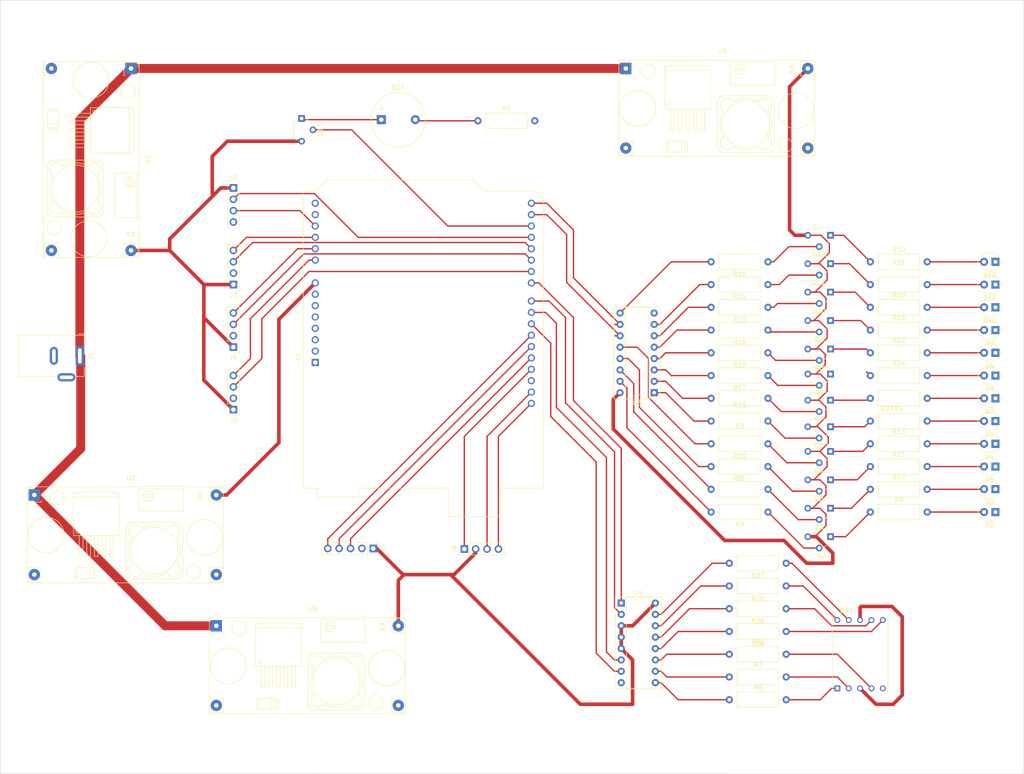
<source format=kicad_pcb>
(kicad_pcb (version 20211014) (generator pcbnew)
  (layers (0 "F.Cu" signal) (31 "B.Cu" signal) (34 "B.Paste" user) (35 "F.Paste" user) (36 "B.SilkS" user "B.Silkscreen") (37 "F.SilkS" user "F.Silkscreen") (38 "B.Mask" user) (39 "F.Mask" user) (44 "Edge.Cuts" user))
  (net 0 "")
  (net 8 "/L1")
  (net 9 "/A0")
  (net 10 "/A1")
  (net 11 "/A2")
  (net 12 "/A3")
  (net 15 "/D0")
  (net 16 "/D1")
  (net 17 "/D2")
  (net 18 "/D3")
  (net 19 "/D4")
  (net 20 "/D5")
  (net 21 "/D6")
  (net 22 "/D7")
  (net 23 "/D8")
  (net 24 "/D9")
  (net 25 "/D10")
  (net 26 "/D11")
  (net 27 "/D12")
  (net 28 "/D13")
  (net 29 "GND")
  (net 31 "/SDA")
  (net 32 "/SCL")
  (net 33 "Net-(BZ1-Pad1)")
  (net 34 "Net-(BZ1-Pad2)")
  (net 35 "Net-(D1-Pad2)")
  (net 36 "Net-(D2-Pad2)")
  (net 37 "Net-(D3-Pad2)")
  (net 38 "Net-(D4-Pad2)")
  (net 39 "Net-(D5-Pad2)")
  (net 40 "Net-(D6-Pad2)")
  (net 41 "Net-(D7-Pad2)")
  (net 42 "Net-(D8-Pad2)")
  (net 43 "Net-(D9-Pad2)")
  (net 44 "Net-(D10-Pad2)")
  (net 45 "Net-(D11-Pad2)")
  (net 46 "Net-(D12-Pad2)")
  (net 47 "Net-(DS1-Pad1)")
  (net 48 "Net-(DS1-Pad2)")
  (net 49 "/K1")
  (net 50 "Net-(DS1-Pad4)")
  (net 52 "Net-(DS1-Pad6)")
  (net 53 "Net-(DS1-Pad7)")
  (net 54 "Net-(DS1-Pad9)")
  (net 55 "Net-(DS1-Pad10)")
  (net 56 "/M1")
  (net 58 "/M4")
  (net 59 "Net-(Q1-Pad1)")
  (net 60 "Net-(Q1-Pad2)")
  (net 61 "/J1")
  (net 62 "Net-(Q2-Pad1)")
  (net 63 "Net-(Q2-Pad2)")
  (net 64 "Net-(Q3-Pad1)")
  (net 65 "Net-(Q3-Pad2)")
  (net 66 "Net-(Q4-Pad1)")
  (net 67 "Net-(Q4-Pad2)")
  (net 68 "Net-(Q5-Pad1)")
  (net 69 "Net-(Q5-Pad2)")
  (net 70 "Net-(Q6-Pad1)")
  (net 71 "Net-(Q6-Pad2)")
  (net 72 "Net-(Q7-Pad1)")
  (net 73 "Net-(Q7-Pad2)")
  (net 74 "Net-(Q8-Pad1)")
  (net 75 "Net-(Q8-Pad2)")
  (net 76 "Net-(Q9-Pad1)")
  (net 77 "Net-(Q9-Pad2)")
  (net 78 "Net-(Q10-Pad1)")
  (net 79 "Net-(Q10-Pad2)")
  (net 80 "Net-(Q11-Pad1)")
  (net 81 "Net-(Q11-Pad2)")
  (net 82 "Net-(Q12-Pad1)")
  (net 83 "Net-(Q12-Pad2)")
  (net 84 "Net-(R2-Pad2)")
  (net 85 "Net-(R3-Pad2)")
  (net 86 "Net-(R5-Pad2)")
  (net 87 "/e")
  (net 88 "/d")
  (net 89 "/c")
  (net 90 "Net-(R10-Pad2)")
  (net 91 "Net-(R11-Pad2)")
  (net 92 "Net-(R14-Pad2)")
  (net 93 "Net-(R15-Pad2)")
  (net 94 "Net-(R16-Pad2)")
  (net 95 "Net-(R17-Pad2)")
  (net 96 "Net-(R18-Pad2)")
  (net 97 "Net-(R19-Pad2)")
  (net 98 "Net-(R20-Pad2)")
  (net 99 "/g")
  (net 100 "/f")
  (net 101 "/a")
  (net 102 "/b")
  (footprint "Resistor_THT:R_Axial_DIN0309_L9.0mm_D3.2mm_P12.70mm_Horizontal" (layer "F.Cu") (at 207.01 66.04)
    (fp_text reference "R32")
    (fp_text value "R")
  )
  (footprint "Connector_PinHeader_2.54mm:PinHeader_1x04_P2.54mm_Vertical" (layer "F.Cu") (at 64.77 99.05 180)
    (fp_text reference "J5")
    (fp_text value "Conn_01x04_Female")
  )
  (footprint "Resistor_THT:R_Axial_DIN0309_L9.0mm_D3.2mm_P12.70mm_Horizontal" (layer "F.Cu") (at 175.514 153.67)
    (fp_text reference "R8")
    (fp_text value "R")
  )
  (footprint "LED_THT:LED_Oval_W5.2mm_H3.8mm" (layer "F.Cu") (at 234.95 106.68 180)
    (fp_text reference "D4")
    (fp_text value "LED")
  )
  (footprint "Resistor_THT:R_Axial_DIN0309_L9.0mm_D3.2mm_P12.70mm_Horizontal" (layer "F.Cu") (at 184.15 96.52 180)
    (fp_text reference "R19")
    (fp_text value "R")
  )
  (footprint "Package_TO_SOT_THT:TO-92L_Wide" (layer "F.Cu") (at 198.13 91.098 180)
    (fp_text reference "Q8")
    (fp_text value "PN2222A")
  )
  (footprint "Resistor_THT:R_Axial_DIN0309_L9.0mm_D3.2mm_P12.70mm_Horizontal" (layer "F.Cu") (at 184.15 91.44 180)
    (fp_text reference "R17")
    (fp_text value "R")
  )
  (footprint "Resistor_THT:R_Axial_DIN0309_L9.0mm_D3.2mm_P12.70mm_Horizontal" (layer "F.Cu") (at 207.01 111.76)
    (fp_text reference "R21")
    (fp_text value "R")
  )
  (footprint "KiCad_DC:YAAJ_DCDC_StepDown_LM2596" (layer "F.Cu") (at 41.91 22.86 -90)
    (fp_text reference "U1")
    (fp_text value "YAAJ_DCDC_StepDown_LM2596")
  )
  (footprint "LED_THT:LED_Oval_W5.2mm_H3.8mm" (layer "F.Cu") (at 234.95 116.79 180)
    (fp_text reference "D3")
    (fp_text value "LED")
  )
  (footprint "Connector_PinHeader_2.54mm:PinHeader_1x04_P2.54mm_Vertical" (layer "F.Cu") (at 64.77 49.53)
    (fp_text reference "J2")
    (fp_text value "Conn_01x04_Female")
  )
  (footprint "LED_THT:LED_Oval_W5.2mm_H3.8mm" (layer "F.Cu") (at 234.95 71.12 180)
    (fp_text reference "D11")
    (fp_text value "LED")
  )
  (footprint "Resistor_THT:R_Axial_DIN0309_L9.0mm_D3.2mm_P12.70mm_Horizontal" (layer "F.Cu") (at 184.15 76.2 180)
    (fp_text reference "R15")
    (fp_text value "R")
  )
  (footprint "LED_THT:LED_Oval_W5.2mm_H3.8mm" (layer "F.Cu") (at 234.95 76.2 180)
    (fp_text reference "D10")
    (fp_text value "LED")
  )
  (footprint "Resistor_THT:R_Axial_DIN0309_L9.0mm_D3.2mm_P12.70mm_Horizontal" (layer "F.Cu") (at 188.214 143.51 180)
    (fp_text reference "R28")
    (fp_text value "R")
  )
  (footprint "Resistor_THT:R_Axial_DIN0309_L9.0mm_D3.2mm_P12.70mm_Horizontal" (layer "F.Cu") (at 184.15 106.68 180)
    (fp_text reference "R10")
    (fp_text value "R")
  )
  (footprint "LED_THT:LED_Oval_W5.2mm_H3.8mm" (layer "F.Cu") (at 234.95 91.44 180)
    (fp_text reference "D8")
    (fp_text value "LED")
  )
  (footprint "Resistor_THT:R_Axial_DIN0309_L9.0mm_D3.2mm_P12.70mm_Horizontal" (layer "F.Cu") (at 207.01 106.68)
    (fp_text reference "R13")
    (fp_text value "R")
  )
  (footprint "Buzzer_Beeper:Buzzer_12x9.5RM7.6" (layer "F.Cu") (at 97.8 34.29)
    (fp_text reference "BZ1")
    (fp_text value "Buzzer")
  )
  (footprint "KiCad_DC:YAAJ_DCDC_StepDown_LM2596" (layer "F.Cu") (at 152.4 22.86)
    (fp_text reference "U6")
    (fp_text value "YAAJ_DCDC_StepDown_LM2596")
  )
  (footprint "HDSP-511Y:LED_HDSP-511Y" (layer "F.Cu") (at 204.724 153.67)
    (fp_text reference "DS1")
    (fp_text value "HDSP-516L")
  )
  (footprint "LED_THT:LED_Oval_W5.2mm_H3.8mm" (layer "F.Cu") (at 234.95 96.52 180)
    (fp_text reference "D7")
    (fp_text value "LED")
  )
  (footprint "LED_THT:LED_Oval_W5.2mm_H3.8mm" (layer "F.Cu") (at 234.95 86.36 180)
    (fp_text reference "D6")
    (fp_text value "LED")
  )
  (footprint "Connector_PinHeader_2.54mm:PinHeader_1x04_P2.54mm_Vertical" (layer "F.Cu") (at 116.342 130.175 90)
    (fp_text reference "J6")
    (fp_text value "Conn_01x04_Female")
  )
  (footprint "Resistor_THT:R_Axial_DIN0309_L9.0mm_D3.2mm_P12.70mm_Horizontal" (layer "F.Cu") (at 184.15 101.6 180)
    (fp_text reference "R2")
    (fp_text value "R")
  )
  (footprint "Package_DIP:DIP-16_W7.62mm_Socket" (layer "F.Cu") (at 158.74 95.26 180)
    (fp_text reference "U3")
    (fp_text value "4040")
  )
  (footprint "Package_TO_SOT_THT:TO-92L_Wide" (layer "F.Cu") (at 198.13 72.81 180)
    (fp_text reference "Q10")
    (fp_text value "PN2222A")
  )
  (footprint "Resistor_THT:R_Axial_DIN0309_L9.0mm_D3.2mm_P12.70mm_Horizontal" (layer "F.Cu") (at 188.214 138.43 180)
    (fp_text reference "R26")
    (fp_text value "R")
  )
  (footprint "Resistor_THT:R_Axial_DIN0309_L9.0mm_D3.2mm_P12.70mm_Horizontal" (layer "F.Cu") (at 175.514 163.83)
    (fp_text reference "R6")
    (fp_text value "R")
  )
  (footprint "LED_THT:LED_Oval_W5.2mm_H3.8mm" (layer "F.Cu") (at 234.95 111.76 180)
    (fp_text reference "D5")
    (fp_text value "LED")
  )
  (footprint "Package_DIP:DIP-16_W7.62mm_Socket" (layer "F.Cu") (at 151.384 142.24)
    (fp_text reference "U4")
    (fp_text value "74LS47")
  )
  (footprint "Connector_PinHeader_2.54mm:PinHeader_1x04_P2.54mm_Vertical" (layer "F.Cu") (at 64.77 71.11 180)
    (fp_text reference "J3")
    (fp_text value "Conn_01x04_Female")
  )
  (footprint "Resistor_THT:R_Axial_DIN0309_L9.0mm_D3.2mm_P12.70mm_Horizontal" (layer "F.Cu") (at 207.01 86.36)
    (fp_text reference "R22")
    (fp_text value "R")
  )
  (footprint "Resistor_THT:R_Axial_DIN0309_L9.0mm_D3.2mm_P12.70mm_Horizontal" (layer "F.Cu") (at 184.15 81.28 180)
    (fp_text reference "R16")
    (fp_text value "R")
  )
  (footprint "Resistor_THT:R_Axial_DIN0309_L9.0mm_D3.2mm_P12.70mm_Horizontal" (layer "F.Cu") (at 184.15 66.04 180)
    (fp_text reference "R18")
    (fp_text value "R")
  )
  (footprint "Resistor_THT:R_Axial_DIN0309_L9.0mm_D3.2mm_P12.70mm_Horizontal" (layer "F.Cu") (at 184.15 86.36 180)
    (fp_text reference "R20")
    (fp_text value "R")
  )
  (footprint "Resistor_THT:R_Axial_DIN0309_L9.0mm_D3.2mm_P12.70mm_Horizontal" (layer "F.Cu") (at 207.01 121.92)
    (fp_text reference "R9")
    (fp_text value "R")
  )
  (footprint "Resistor_THT:R_Axial_DIN0309_L9.0mm_D3.2mm_P12.70mm_Horizontal" (layer "F.Cu") (at 188.214 133.35 180)
    (fp_text reference "R27")
    (fp_text value "R")
  )
  (footprint "Package_TO_SOT_THT:TO-92L_Wide" (layer "F.Cu") (at 198.13 66.46 180)
    (fp_text reference "Q11")
    (fp_text value "PN2222A")
  )
  (footprint "Package_TO_SOT_THT:TO-92L_Wide" (layer "F.Cu") (at 198.13 121.07 180)
    (fp_text reference "Q3")
    (fp_text value "PN2222A")
  )
  (footprint "Package_TO_SOT_THT:TO-92L_Wide" (layer "F.Cu") (at 198.13 108.37 180)
    (fp_text reference "Q4")
    (fp_text value "PN2222A")
  )
  (footprint "Resistor_THT:R_Axial_DIN0309_L9.0mm_D3.2mm_P12.70mm_Horizontal" (layer "F.Cu") (at 184.15 111.76 180)
    (fp_text reference "R11")
    (fp_text value "R")
  )
  (footprint "Resistor_THT:R_Axial_DIN0309_L9.0mm_D3.2mm_P12.70mm_Horizontal" (layer "F.Cu") (at 207.01 91.44)
    (fp_text reference "R24")
    (fp_text value "R")
  )
  (footprint "Connector_BarrelJack:BarrelJack_Wuerth_6941xx301002" (layer "F.Cu") (at 30.48 87.03 -90)
    (fp_text reference "J1")
    (fp_text value "Barrel_Jack_Switch")
  )
  (footprint "KiCad_DC:YAAJ_DCDC_StepDown_LM2596" (layer "F.Cu") (at 60.96 147.32)
    (fp_text reference "U5")
    (fp_text value "YAAJ_DCDC_StepDown_LM2596")
  )
  (footprint "Package_TO_SOT_THT:TO-92L_Wide" (layer "F.Cu") (at 198.13 96.94 180)
    (fp_text reference "Q7")
    (fp_text value "PN2222A")
  )
  (footprint "Package_TO_SOT_THT:TO-92L_Wide" (layer "F.Cu") (at 198.13 79.16 180)
    (fp_text reference "Q9")
    (fp_text value "PN2222A")
  )
  (footprint "Package_TO_SOT_THT:TO-92L_Wide" (layer "F.Cu") (at 198.13 127.42 180)
    (fp_text reference "Q2")
    (fp_text value "PN2222A")
  )
  (footprint "LED_THT:LED_Oval_W5.2mm_H3.8mm" (layer "F.Cu") (at 234.95 121.92 180)
    (fp_text reference "D2")
    (fp_text value "LED")
  )
  (footprint "Package_TO_SOT_THT:TO-92L_Wide" (layer "F.Cu") (at 198.13 85.51 180)
    (fp_text reference "Q6")
    (fp_text value "PN2222A")
  )
  (footprint "Resistor_THT:R_Axial_DIN0309_L9.0mm_D3.2mm_P12.70mm_Horizontal" (layer "F.Cu") (at 207.01 71.12)
    (fp_text reference "R31")
    (fp_text value "R")
  )
  (footprint "Resistor_THT:R_Axial_DIN0309_L9.0mm_D3.2mm_P12.70mm_Horizontal" (layer "F.Cu") (at 175.514 158.75)
    (fp_text reference "R7")
    (fp_text value "R")
  )
  (footprint "LED_THT:LED_Oval_W5.2mm_H3.8mm" (layer "F.Cu") (at 234.95 81.28 180)
    (fp_text reference "D9")
    (fp_text value "LED")
  )
  (footprint "Resistor_THT:R_Axial_DIN0309_L9.0mm_D3.2mm_P12.70mm_Horizontal" (layer "F.Cu") (at 207.01 81.28)
    (fp_text reference "R25")
    (fp_text value "R")
  )
  (footprint "Resistor_THT:R_Axial_DIN0309_L9.0mm_D3.2mm_P12.70mm_Horizontal" (layer "F.Cu") (at 184.15 116.84 180)
    (fp_text reference "R5")
    (fp_text value "R")
  )
  (footprint "Resistor_THT:R_Axial_DIN0309_L9.0mm_D3.2mm_P12.70mm_Horizontal" (layer "F.Cu") (at 207.01 116.84)
    (fp_text reference "R12")
    (fp_text value "R")
  )
  (footprint "Resistor_THT:R_Axial_DIN0309_L9.0mm_D3.2mm_P12.70mm_Horizontal" (layer "F.Cu") (at 207.01 96.52)
    (fp_text reference "R23")
    (fp_text value "R")
  )
  (footprint "LED_THT:LED_Oval_W5.2mm_H3.8mm" (layer "F.Cu") (at 234.95 101.6 180)
    (fp_text reference "D1")
    (fp_text value "LED")
  )
  (footprint "KiCad_DC:YAAJ_DCDC_StepDown_LM2596" (layer "F.Cu") (at 20.32 118.11)
    (fp_text reference "U2")
    (fp_text value "YAAJ_DCDC_StepDown_LM2596")
  )
  (footprint "Resistor_THT:R_Axial_DIN0309_L9.0mm_D3.2mm_P12.70mm_Horizontal" (layer "F.Cu") (at 207.01 76.2)
    (fp_text reference "R30")
    (fp_text value "R")
  )
  (footprint "Connector_PinHeader_2.54mm:PinHeader_1x05_P2.54mm_Vertical" (layer "F.Cu") (at 96.007 130.048 -90)
    (fp_text reference "J7")
    (fp_text value "Conn_01x05_Female")
  )
  (footprint "LED_THT:LED_Oval_W5.2mm_H3.8mm" (layer "F.Cu") (at 234.95 66.04 180)
    (fp_text reference "D12")
    (fp_text value "LED")
  )
  (footprint "Module:Arduino_UNO_R3_WithMountingHoles" (layer "F.Cu") (at 83.058 88.519 90)
    (fp_text reference "A1")
    (fp_text value "Arduino_UNO_R3")
  )
  (footprint "Connector_PinHeader_2.54mm:PinHeader_1x04_P2.54mm_Vertical" (layer "F.Cu") (at 64.77 85.09 180)
    (fp_text reference "J4")
    (fp_text value "Conn_01x04_Female")
  )
  (footprint "Resistor_THT:R_Axial_DIN0309_L9.0mm_D3.2mm_P12.70mm_Horizontal" (layer "F.Cu") (at 184.15 121.92 180)
    (fp_text reference "R3")
    (fp_text value "R")
  )
  (footprint "Package_TO_SOT_THT:TO-92L_Wide" (layer "F.Cu") (at 80.01 34.026 -90)
    (fp_text reference "Q13")
    (fp_text value "PN2222A")
  )
  (footprint "Resistor_THT:R_Axial_DIN0309_L9.0mm_D3.2mm_P12.70mm_Horizontal" (layer "F.Cu") (at 207.01 101.6)
    (fp_text reference "R4")
    (fp_text value "R")
  )
  (footprint "Package_TO_SOT_THT:TO-92L_Wide" (layer "F.Cu") (at 198.13 60.11 180)
    (fp_text reference "Q12")
    (fp_text value "PN2222A")
  )
  (footprint "Resistor_THT:R_Axial_DIN0309_L9.0mm_D3.2mm_P12.70mm_Horizontal" (layer "F.Cu") (at 184.15 71.12 180)
    (fp_text reference "R14")
    (fp_text value "R")
  )
  (footprint "Resistor_THT:R_Axial_DIN0309_L9.0mm_D3.2mm_P12.70mm_Horizontal" (layer "F.Cu") (at 188.214 148.59 180)
    (fp_text reference "R29")
    (fp_text value "R")
  )
  (footprint "Package_TO_SOT_THT:TO-92L_Wide" (layer "F.Cu") (at 198.12 102.87 180)
    (fp_text reference "Q1")
    (fp_text value "PN2222A")
  )
  (footprint "Resistor_THT:R_Axial_DIN0309_L9.0mm_D3.2mm_P12.70mm_Horizontal" (layer "F.Cu") (at 119.38 34.544)
    (fp_text reference "R1")
    (fp_text value "R")
  )
  (footprint "Package_TO_SOT_THT:TO-92L_Wide" (layer "F.Cu") (at 198.13 114.72 180)
    (fp_text reference "Q5")
    (fp_text value "PN2222A")
  )
  (gr_line (start 241.3 7.62) (end 241.3 180.34) (layer "Edge.Cuts") (width 0.1))
  (gr_line (start 241.3 180.34) (end 175.26 180.34) (layer "Edge.Cuts") (width 0.1))
  (gr_line (start 83.82 180.34) (end 12.7 180.34) (layer "Edge.Cuts") (width 0.1))
  (gr_line (start 175.26 180.34) (end 83.82 180.34) (layer "Edge.Cuts") (width 0.1))
  (gr_line (start 12.7 180.34) (end 12.7 177.8) (layer "Edge.Cuts") (width 0.1))
  (gr_line (start 12.7 177.8) (end 12.7 7.62) (layer "Edge.Cuts") (width 0.1))
  (gr_line (start 12.7 7.62) (end 241.3 7.62) (layer "Edge.Cuts") (width 0.1))
  (segment (start 74.93 78.867) (end 74.93 106.426) (width 0.8) (layer "F.Cu") (net 8))
  (segment (start 74.93 106.426) (end 63.246 118.11) (width 0.8) (layer "F.Cu") (net 8))
  (segment (start 63.246 118.11) (end 60.96 118.11) (width 0.8) (layer "F.Cu") (net 8))
  (segment (start 83.058 70.739) (end 74.93 78.867) (width 0.8) (layer "F.Cu") (net 8))
  (segment (start 83.058 65.659) (end 81.661 65.659) (width 0.3) (layer "F.Cu") (net 9))
  (segment (start 68.58 78.74) (end 68.58 87.62) (width 0.3) (layer "F.Cu") (net 9))
  (segment (start 81.661 65.659) (end 68.58 78.74) (width 0.3) (layer "F.Cu") (net 9))
  (segment (start 68.58 87.62) (end 64.77 91.43) (width 0.3) (layer "F.Cu") (net 9))
  (segment (start 79.121 63.119) (end 83.058 63.119) (width 0.3) (layer "F.Cu") (net 10))
  (segment (start 64.77 77.47) (end 79.121 63.119) (width 0.3) (layer "F.Cu") (net 10))
  (segment (start 83.058 60.579) (end 67.681 60.579) (width 0.3) (layer "F.Cu") (net 11))
  (segment (start 67.681 60.579) (end 64.77 63.49) (width 0.3) (layer "F.Cu") (net 11))
  (segment (start 79.629 54.61) (end 83.058 58.039) (width 0.3) (layer "F.Cu") (net 12))
  (segment (start 64.77 54.61) (end 79.629 54.61) (width 0.3) (layer "F.Cu") (net 12))
  (segment (start 134.747 52.959) (end 131.318 52.959) (width 0.3) (layer "F.Cu") (net 15))
  (segment (start 151.12 80.02) (end 140.716 69.616) (width 0.3) (layer "F.Cu") (net 15))
  (segment (start 149.87 80.02) (end 151.12 80.02) (width 0.3) (layer "F.Cu") (net 15))
  (segment (start 140.716 69.616) (end 140.716 58.928) (width 0.3) (layer "F.Cu") (net 15))
  (segment (start 140.716 58.928) (end 134.747 52.959) (width 0.3) (layer "F.Cu") (net 15))
  (segment (start 151.12 82.56) (end 139.192 70.632) (width 0.3) (layer "F.Cu") (net 16))
  (segment (start 139.192 70.632) (end 139.192 59.944) (width 0.3) (layer "F.Cu") (net 16))
  (segment (start 134.747 55.499) (end 131.318 55.499) (width 0.3) (layer "F.Cu") (net 16))
  (segment (start 149.87 82.56) (end 151.12 82.56) (width 0.3) (layer "F.Cu") (net 16))
  (segment (start 139.192 59.944) (end 134.747 55.499) (width 0.3) (layer "F.Cu") (net 16))
  (segment (start 91.176 36.566) (end 112.649 58.039) (width 0.3) (layer "F.Cu") (net 17))
  (segment (start 82.55 36.566) (end 91.176 36.566) (width 0.3) (layer "F.Cu") (net 17))
  (segment (start 112.649 58.039) (end 131.318 58.039) (width 0.3) (layer "F.Cu") (net 17))
  (segment (start 92.641144 60.579) (end 131.318 60.579) (width 0.3) (layer "F.Cu") (net 18))
  (segment (start 82.862144 50.8) (end 92.641144 60.579) (width 0.3) (layer "F.Cu") (net 18))
  (segment (start 64.77 52.07) (end 66.04 50.8) (width 0.3) (layer "F.Cu") (net 18))
  (segment (start 66.04 50.8) (end 82.862144 50.8) (width 0.3) (layer "F.Cu") (net 18))
  (segment (start 69.071 61.729) (end 129.928 61.729) (width 0.3) (layer "F.Cu") (net 19))
  (segment (start 129.928 61.729) (end 131.318 63.119) (width 0.3) (layer "F.Cu") (net 19))
  (segment (start 64.77 66.03) (end 69.071 61.729) (width 0.3) (layer "F.Cu") (net 19))
  (segment (start 129.928 64.269) (end 131.318 65.659) (width 0.3) (layer "F.Cu") (net 20))
  (segment (start 64.77 80.01) (end 80.511 64.269) (width 0.3) (layer "F.Cu") (net 20))
  (segment (start 80.511 64.269) (end 129.928 64.269) (width 0.3) (layer "F.Cu") (net 20))
  (segment (start 69.85 88.9) (end 71.12 87.63) (width 0.3) (layer "F.Cu") (net 21))
  (segment (start 64.77 93.97) (end 69.84 88.9) (width 0.3) (layer "F.Cu") (net 21))
  (segment (start 69.84 88.9) (end 69.85 88.9) (width 0.3) (layer "F.Cu") (net 21))
  (segment (start 71.12 78.74) (end 81.661 68.199) (width 0.3) (layer "F.Cu") (net 21))
  (segment (start 81.661 68.199) (end 131.318 68.199) (width 0.3) (layer "F.Cu") (net 21))
  (segment (start 71.12 87.63) (end 71.12 78.74) (width 0.3) (layer "F.Cu") (net 21))
  (segment (start 140.716 78.486) (end 132.969 70.739) (width 0.3) (layer "F.Cu") (net 22))
  (segment (start 151.384 107.696) (end 140.716 97.028) (width 0.3) (layer "F.Cu") (net 22))
  (segment (start 132.969 70.739) (end 131.318 70.739) (width 0.3) (layer "F.Cu") (net 22))
  (segment (start 151.384 142.24) (end 151.384 107.696) (width 0.3) (layer "F.Cu") (net 22))
  (segment (start 140.716 97.028) (end 140.716 78.486) (width 0.3) (layer "F.Cu") (net 22))
  (segment (start 149.884689 143.280689) (end 149.884689 108.482689) (width 0.3) (layer "F.Cu") (net 23))
  (segment (start 138.938 78.486) (end 135.251 74.799) (width 0.3) (layer "F.Cu") (net 23))
  (segment (start 151.384 144.78) (end 149.884689 143.280689) (width 0.3) (layer "F.Cu") (net 23))
  (segment (start 135.251 74.799) (end 131.318 74.799) (width 0.3) (layer "F.Cu") (net 23))
  (segment (start 138.938 97.536) (end 138.938 78.486) (width 0.3) (layer "F.Cu") (net 23))
  (segment (start 149.884689 108.482689) (end 138.938 97.536) (width 0.3) (layer "F.Cu") (net 23))
  (segment (start 136.906 79.756) (end 134.489 77.339) (width 0.3) (layer "F.Cu") (net 24))
  (segment (start 151.384 154.94) (end 149.86 154.94) (width 0.3) (layer "F.Cu") (net 24))
  (segment (start 148.082 109.728) (end 136.906 98.552) (width 0.3) (layer "F.Cu") (net 24))
  (segment (start 134.489 77.339) (end 131.318 77.339) (width 0.3) (layer "F.Cu") (net 24))
  (segment (start 136.906 98.552) (end 136.906 79.756) (width 0.3) (layer "F.Cu") (net 24))
  (segment (start 148.082 153.162) (end 148.082 109.728) (width 0.3) (layer "F.Cu") (net 24))
  (segment (start 149.86 154.94) (end 148.082 153.162) (width 0.3) (layer "F.Cu") (net 24))
  (segment (start 135.636 100.584) (end 135.636 84.197) (width 0.3) (layer "F.Cu") (net 25))
  (segment (start 149.86 157.48) (end 145.796 153.416) (width 0.3) (layer "F.Cu") (net 25))
  (segment (start 135.636 84.197) (end 131.318 79.879) (width 0.3) (layer "F.Cu") (net 25))
  (segment (start 151.384 157.48) (end 149.86 157.48) (width 0.3) (layer "F.Cu") (net 25))
  (segment (start 145.796 110.744) (end 135.636 100.584) (width 0.3) (layer "F.Cu") (net 25))
  (segment (start 145.796 153.416) (end 145.796 110.744) (width 0.3) (layer "F.Cu") (net 25))
  (segment (start 85.847 130.048) (end 85.847 127.89) (width 0.3) (layer "F.Cu") (net 26))
  (segment (start 85.847 127.89) (end 131.318 82.419) (width 0.3) (layer "F.Cu") (net 26))
  (segment (start 88.387 130.048) (end 88.387 127.89) (width 0.3) (layer "F.Cu") (net 27))
  (segment (start 88.387 127.89) (end 131.318 84.959) (width 0.3) (layer "F.Cu") (net 27))
  (segment (start 90.927 130.048) (end 90.927 127.89) (width 0.3) (layer "F.Cu") (net 28))
  (segment (start 90.927 127.89) (end 131.318 87.499) (width 0.3) (layer "F.Cu") (net 28))
  (segment (start 116.342 130.175) (end 116.342 105.015) (width 0.3) (layer "F.Cu") (net 29))
  (segment (start 116.342 105.015) (end 131.318 90.039) (width 0.3) (layer "F.Cu") (net 29))
  (segment (start 121.422 130.175) (end 121.422 105.015) (width 0.3) (layer "F.Cu") (net 31))
  (segment (start 121.422 105.015) (end 131.318 95.119) (width 0.3) (layer "F.Cu") (net 31))
  (segment (start 123.962 130.175) (end 123.962 105.015) (width 0.3) (layer "F.Cu") (net 32))
  (segment (start 123.962 105.015) (end 131.318 97.659) (width 0.3) (layer "F.Cu") (net 32))
  (segment (start 80.274 34.29) (end 80.01 34.026) (width 0.3) (layer "F.Cu") (net 33))
  (segment (start 97.8 34.29) (end 80.274 34.29) (width 0.3) (layer "F.Cu") (net 33))
  (segment (start 119.38 34.544) (end 105.654 34.544) (width 0.3) (layer "F.Cu") (net 34))
  (segment (start 105.654 34.544) (end 105.4 34.29) (width 0.3) (layer "F.Cu") (net 34))
  (segment (start 219.71 101.6) (end 232.41 101.6) (width 0.3) (layer "F.Cu") (net 35))
  (segment (start 219.71 121.92) (end 232.41 121.92) (width 0.3) (layer "F.Cu") (net 36))
  (segment (start 219.71 116.84) (end 232.36 116.84) (width 0.3) (layer "F.Cu") (net 37))
  (segment (start 232.36 116.84) (end 232.41 116.79) (width 0.3) (layer "F.Cu") (net 37))
  (segment (start 219.71 106.68) (end 232.41 106.68) (width 0.3) (layer "F.Cu") (net 38))
  (segment (start 219.71 111.76) (end 232.41 111.76) (width 0.3) (layer "F.Cu") (net 39))
  (segment (start 219.71 86.36) (end 232.41 86.36) (width 0.3) (layer "F.Cu") (net 40))
  (segment (start 219.71 96.52) (end 232.41 96.52) (width 0.3) (layer "F.Cu") (net 41))
  (segment (start 219.71 91.44) (end 232.41 91.44) (width 0.3) (layer "F.Cu") (net 42))
  (segment (start 219.71 81.28) (end 232.41 81.28) (width 0.3) (layer "F.Cu") (net 43))
  (segment (start 219.71 76.2) (end 232.41 76.2) (width 0.3) (layer "F.Cu") (net 44))
  (segment (start 219.71 71.12) (end 232.41 71.12) (width 0.3) (layer "F.Cu") (net 45))
  (segment (start 219.71 66.04) (end 232.41 66.04) (width 0.3) (layer "F.Cu") (net 46))
  (segment (start 188.214 163.83) (end 195.834 163.83) (width 0.3) (layer "F.Cu") (net 47))
  (segment (start 195.834 163.83) (end 198.374 161.29) (width 0.3) (layer "F.Cu") (net 47))
  (segment (start 198.374 161.29) (end 199.644 161.29) (width 0.3) (layer "F.Cu") (net 47))
  (segment (start 199.644 158.75) (end 188.214 158.75) (width 0.3) (layer "F.Cu") (net 48))
  (segment (start 202.184 161.29) (end 199.644 158.75) (width 0.3) (layer "F.Cu") (net 48))
  (segment (start 113.284 135.89) (end 114.046 135.89) (width 0.8) (layer "F.Cu") (net 49))
  (segment (start 214.122 145.288) (end 214.122 162.814) (width 0.8) (layer "F.Cu") (net 49))
  (segment (start 151.384 147.32) (end 153.924 147.32) (width 0.8) (layer "F.Cu") (net 49))
  (segment (start 101.6 147.32) (end 101.6 137.16) (width 0.8) (layer "F.Cu") (net 49))
  (segment (start 102.87 135.89) (end 113.284 135.89) (width 0.8) (layer "F.Cu") (net 49))
  (segment (start 204.724 146.05) (end 204.724 143.256) (width 0.8) (layer "F.Cu") (net 49))
  (segment (start 102.616 135.89) (end 102.87 135.89) (width 0.8) (layer "F.Cu") (net 49))
  (segment (start 96.007 130.048) (end 96.774 130.048) (width 0.8) (layer "F.Cu") (net 49))
  (segment (start 153.924 164.846) (end 142.24 164.846) (width 0.8) (layer "F.Cu") (net 49))
  (segment (start 211.836 143.002) (end 214.122 145.288) (width 0.8) (layer "F.Cu") (net 49))
  (segment (start 151.384 149.86) (end 151.384 152.4) (width 0.8) (layer "F.Cu") (net 49))
  (segment (start 153.924 147.32) (end 159.004 142.24) (width 0.8) (layer "F.Cu") (net 49))
  (segment (start 142.24 164.846) (end 113.284 135.89) (width 0.8) (layer "F.Cu") (net 49))
  (segment (start 214.122 162.814) (end 212.09 164.846) (width 0.8) (layer "F.Cu") (net 49))
  (segment (start 151.384 147.32) (end 151.384 149.86) (width 0.8) (layer "F.Cu") (net 49))
  (segment (start 204.724 143.256) (end 204.978 143.002) (width 0.8) (layer "F.Cu") (net 49))
  (segment (start 101.6 137.16) (end 102.87 135.89) (width 0.8) (layer "F.Cu") (net 49))
  (segment (start 151.384 152.4) (end 153.924 154.94) (width 0.8) (layer "F.Cu") (net 49))
  (segment (start 204.978 143.002) (end 211.836 143.002) (width 0.8) (layer "F.Cu") (net 49))
  (segment (start 153.924 154.94) (end 153.924 164.846) (width 0.8) (layer "F.Cu") (net 49))
  (segment (start 208.28 164.846) (end 204.724 161.29) (width 0.8) (layer "F.Cu") (net 49))
  (segment (start 114.046 135.89) (end 118.872 131.064) (width 0.8) (layer "F.Cu") (net 49))
  (segment (start 212.09 164.846) (end 208.28 164.846) (width 0.8) (layer "F.Cu") (net 49))
  (segment (start 96.774 130.048) (end 102.616 135.89) (width 0.8) (layer "F.Cu") (net 49))
  (segment (start 199.644 153.67) (end 188.214 153.67) (width 0.3) (layer "F.Cu") (net 50))
  (segment (start 207.264 161.29) (end 199.644 153.67) (width 0.3) (layer "F.Cu") (net 50))
  (segment (start 209.804 146.05) (end 207.264 148.59) (width 0.3) (layer "F.Cu") (net 52))
  (segment (start 207.264 148.59) (end 188.214 148.59) (width 0.3) (layer "F.Cu") (net 52))
  (segment (start 198.374 147.32) (end 194.564 143.51) (width 0.3) (layer "F.Cu") (net 53))
  (segment (start 205.994 147.32) (end 198.374 147.32) (width 0.3) (layer "F.Cu") (net 53))
  (segment (start 194.564 143.51) (end 188.214 143.51) (width 0.3) (layer "F.Cu") (net 53))
  (segment (start 207.264 146.05) (end 205.994 147.32) (width 0.3) (layer "F.Cu") (net 53))
  (segment (start 189.484 133.35) (end 202.184 146.05) (width 0.3) (layer "F.Cu") (net 54))
  (segment (start 188.214 133.35) (end 189.484 133.35) (width 0.3) (layer "F.Cu") (net 54))
  (segment (start 188.214 138.43) (end 192.024 138.43) (width 0.3) (layer "F.Cu") (net 55))
  (segment (start 192.024 138.43) (end 199.644 146.05) (width 0.3) (layer "F.Cu") (net 55))
  (segment (start 30.48 87.03) (end 30.48 34.29) (width 2) (layer "F.Cu") (net 56))
  (segment (start 20.32 118.11) (end 49.53 147.32) (width 2) (layer "F.Cu") (net 56))
  (segment (start 49.53 147.32) (end 60.96 147.32) (width 2) (layer "F.Cu") (net 56))
  (segment (start 30.48 34.29) (end 41.91 22.86) (width 2) (layer "F.Cu") (net 56))
  (segment (start 41.91 22.86) (end 152.4 22.86) (width 2) (layer "F.Cu") (net 56))
  (segment (start 30.68 87.23) (end 30.68 107.75) (width 2) (layer "F.Cu") (net 56))
  (segment (start 30.48 87.03) (end 30.68 87.23) (width 2) (layer "F.Cu") (net 56))
  (segment (start 30.68 107.75) (end 20.32 118.11) (width 2) (layer "F.Cu") (net 56))
  (segment (start 61.468 50.038) (end 60.3885 51.1175) (width 0.8) (layer "F.Cu") (net 58))
  (segment (start 61.976 49.53) (end 61.468 50.038) (width 0.8) (layer "F.Cu") (net 58))
  (segment (start 58.166 78.506) (end 58.176 78.496) (width 0.8) (layer "F.Cu") (net 58))
  (segment (start 41.91 63.5) (end 50.546 63.5) (width 0.8) (layer "F.Cu") (net 58))
  (segment (start 60.0456 42.4942) (end 60.0456 50.7746) (width 0.8) (layer "F.Cu") (net 58))
  (segment (start 60.3885 51.1175) (end 50.546 60.96) (width 0.8) (layer "F.Cu") (net 58))
  (segment (start 64.77 49.53) (end 61.976 49.53) (width 0.8) (layer "F.Cu") (net 58))
  (segment (start 63.4338 39.106) (end 60.0456 42.4942) (width 0.8) (layer "F.Cu") (net 58))
  (segment (start 50.546 60.96) (end 50.546 63.5) (width 0.8) (layer "F.Cu") (net 58))
  (segment (start 64.77 99.05) (end 58.166 92.446) (width 0.8) (layer "F.Cu") (net 58))
  (segment (start 58.176 71.11) (end 64.77 71.11) (width 0.8) (layer "F.Cu") (net 58))
  (segment (start 60.0456 50.7746) (end 60.3885 51.1175) (width 0.8) (layer "F.Cu") (net 58))
  (segment (start 58.166 92.446) (end 58.166 78.506) (width 0.8) (layer "F.Cu") (net 58))
  (segment (start 64.77 85.09) (end 58.176 78.496) (width 0.8) (layer "F.Cu") (net 58))
  (segment (start 50.546 63.5) (end 58.166 71.12) (width 0.8) (layer "F.Cu") (net 58))
  (segment (start 58.176 78.496) (end 58.176 71.11) (width 0.8) (layer "F.Cu") (net 58))
  (segment (start 80.01 39.106) (end 63.4338 39.106) (width 0.8) (layer "F.Cu") (net 58))
  (segment (start 58.166 71.12) (end 58.176 71.11) (width 0.8) (layer "F.Cu") (net 58))
  (segment (start 205.74 102.87) (end 207.01 101.6) (width 0.3) (layer "F.Cu") (net 59))
  (segment (start 198.12 102.87) (end 205.74 102.87) (width 0.3) (layer "F.Cu") (net 59))
  (segment (start 187.96 105.41) (end 195.58 105.41) (width 0.3) (layer "F.Cu") (net 60))
  (segment (start 184.15 101.6) (end 187.96 105.41) (width 0.3) (layer "F.Cu") (net 60))
  (segment (start 195.453 96.8248) (end 197.3834 94.8944) (width 0.3) (layer "F.Cu") (net 61))
  (segment (start 197.612 105.156) (end 197.612 106.504) (width 0.3) (layer "F.Cu") (net 61))
  (segment (start 195.746 108.37) (end 193.05 108.37) (width 0.3) (layer "F.Cu") (net 61))
  (segment (start 197.358 109.982) (end 195.746 108.37) (width 0.3) (layer "F.Cu") (net 61))
  (segment (start 195.746 66.46) (end 197.358 68.072) (width 0.3) (layer "F.Cu") (net 61))
  (segment (start 193.04 102.87) (end 195.326 102.87) (width 0.3) (layer "F.Cu") (net 61))
  (segment (start 194.652 127.42) (end 197.104 124.968) (width 0.3) (layer "F.Cu") (net 61))
  (segment (start 149.606 96.774) (end 149.606 103.378) (width 0.8) (layer "F.Cu") (net 61))
  (segment (start 193.05 91.098) (end 194.861312 91.098) (width 0.3) (layer "F.Cu") (net 61))
  (segment (start 197.3834 94.8944) (end 197.3834 92.6592) (width 0.3) (layer "F.Cu") (net 61))
  (segment (start 193.05 127.42) (end 194.652 127.42) (width 0.3) (layer "F.Cu") (net 61))
  (segment (start 196.9262 86.6902) (end 197.104 86.868) (width 0.3) (layer "F.Cu") (net 61))
  (segment (start 194.398 79.16) (end 193.05 79.16) (width 0.3) (layer "F.Cu") (net 61))
  (segment (start 194.861312 91.098) (end 196.9262 89.033112) (width 0.3) (layer "F.Cu") (net 61))
  (segment (start 197.866 64.008) (end 195.414 66.46) (width 0.3) (layer "F.Cu") (net 61))
  (segment (start 194.11066 121.07) (end 197.104 118.07666) (width 0.3) (layer "F.Cu") (net 61))
  (segment (start 197.612 106.504) (end 195.746 108.37) (width 0.3) (layer "F.Cu") (net 61))
  (segment (start 197.358 70.104) (end 194.652 72.81) (width 0.3) (layer "F.Cu") (net 61))
  (segment (start 195.3378 96.94) (end 195.453 96.8248) (width 0.3) (layer "F.Cu") (net 61))
  (segment (start 187.706 128.27) (end 192.786 133.35) (width 0.8) (layer "F.Cu") (net 61))
  (segment (start 193.05 121.07) (end 194.11066 121.07) (width 0.3) (layer "F.Cu") (net 61))
  (segment (start 197.3834 92.6592) (end 195.8222 91.098) (width 0.3) (layer "F.Cu") (net 61))
  (segment (start 197.104 74.168) (end 197.104 76.454) (width 0.3) (layer "F.Cu") (net 61))
  (segment (start 193.04 22.86) (end 188.976 26.924) (width 0.8) (layer "F.Cu") (net 61))
  (segment (start 193.04 102.87) (end 194.8942 102.87) (width 0.3) (layer "F.Cu") (net 61))
  (segment (start 195.492 79.16) (end 197.358 81.026) (width 0.3) (layer "F.Cu") (net 61))
  (segment (start 193.05 85.51) (end 195.746 85.51) (width 0.3) (layer "F.Cu") (net 61))
  (segment (start 193.05 114.72) (end 194.398 114.72) (width 0.3) (layer "F.Cu") (net 61))
  (segment (start 198.628 133.35) (end 198.628 131.088811) (width 0.8) (layer "F.Cu") (net 61))
  (segment (start 197.358 111.76) (end 197.358 109.982) (width 0.3) (layer "F.Cu") (net 61))
  (segment (start 197.104 124.968) (end 197.104 122.428) (width 0.3) (layer "F.Cu") (net 61))
  (segment (start 190.158 60.11) (end 193.05 60.11) (width 0.8) (layer "F.Cu") (net 61))
  (segment (start 197.104 118.07666) (end 197.104 116.078) (width 0.3) (layer "F.Cu") (net 61))
  (segment (start 195.746 114.72) (end 193.05 114.72) (width 0.3) (layer "F.Cu") (net 61))
  (segment (start 197.104 122.428) (end 195.746 121.07) (width 0.3) (layer "F.Cu") (net 61))
  (segment (start 194.652 72.81) (end 193.05 72.81) (width 0.3) (layer "F.Cu") (net 61))
  (segment (start 149.606 103.378) (end 174.498 128.27) (width 0.8) (layer "F.Cu") (net 61))
  (segment (start 195.746 85.51) (end 196.9262 86.6902) (width 0.3) (layer "F.Cu") (net 61))
  (segment (start 195.746 121.07) (end 193.05 121.07) (width 0.3) (layer "F.Cu") (net 61))
  (segment (start 174.498 128.27) (end 187.706 128.27) (width 0.8) (layer "F.Cu") (net 61))
  (segment (start 195.326 102.87) (end 197.612 105.156) (width 0.3) (layer "F.Cu") (net 61))
  (segment (start 193.05 66.46) (end 195.746 66.46) (width 0.3) (layer "F.Cu") (net 61))
  (segment (start 194.959189 127.42) (end 193.05 127.42) (width 0.8) (layer "F.Cu") (net 61))
  (segment (start 193.05 60.11) (end 196 60.11) (width 0.3) (layer "F.Cu") (net 61))
  (segment (start 197.104 76.454) (end 194.398 79.16) (width 0.3) (layer "F.Cu") (net 61))
  (segment (start 194.8942 102.87) (end 197.104 100.6602) (width 0.3) (layer "F.Cu") (net 61))
  (segment (start 197.358 83.058) (end 194.906 85.51) (width 0.3) (layer "F.Cu") (net 61))
  (segment (start 196.9262 89.033112) (end 196.9262 86.6902) (width 0.3) (layer "F.Cu") (net 61))
  (segment (start 188.976 58.928) (end 190.158 60.11) (width 0.8) (layer "F.Cu") (net 61))
  (segment (start 197.866 61.976) (end 197.866 64.008) (width 0.3) (layer "F.Cu") (net 61))
  (segment (start 188.976 26.924) (end 188.976 58.928) (width 0.8) (layer "F.Cu") (net 61))
  (segment (start 194.906 85.51) (end 193.05 85.51) (width 0.3) (layer "F.Cu") (net 61))
  (segment (start 195.414 66.46) (end 193.05 66.46) (width 0.3) (layer "F.Cu") (net 61))
  (segment (start 196 60.11) (end 197.866 61.976) (width 0.3) (layer "F.Cu") (net 61))
  (segment (start 195.8222 91.098) (end 194.861312 91.098) (width 0.3) (layer "F.Cu") (net 61))
  (segment (start 151.12 95.26) (end 149.606 96.774) (width 0.8) (layer "F.Cu") (net 61))
  (segment (start 197.358 68.072) (end 197.358 70.104) (width 0.3) (layer "F.Cu") (net 61))
  (segment (start 197.104 116.078) (end 195.746 114.72) (width 0.3) (layer "F.Cu") (net 61))
  (segment (start 192.786 133.35) (end 198.628 133.35) (width 0.8) (layer "F.Cu") (net 61))
  (segment (start 197.104 100.6602) (end 197.104 98.4758) (width 0.3) (layer "F.Cu") (net 61))
  (segment (start 193.05 72.81) (end 195.746 72.81) (width 0.3) (layer "F.Cu") (net 61))
  (segment (start 197.104 98.4758) (end 195.453 96.8248) (width 0.3) (layer "F.Cu") (net 61))
  (segment (start 193.05 79.16) (end 195.492 79.16) (width 0.3) (layer "F.Cu") (net 61))
  (segment (start 195.746 72.81) (end 197.104 74.168) (width 0.3) (layer "F.Cu") (net 61))
  (segment (start 198.628 131.088811) (end 194.959189 127.42) (width 0.8) (layer "F.Cu") (net 61))
  (segment (start 193.05 96.94) (end 195.3378 96.94) (width 0.3) (layer "F.Cu") (net 61))
  (segment (start 194.398 114.72) (end 197.358 111.76) (width 0.3) (layer "F.Cu") (net 61))
  (segment (start 197.358 81.026) (end 197.358 83.058) (width 0.3) (layer "F.Cu") (net 61))
  (segment (start 201.51 127.42) (end 207.01 121.92) (width 0.3) (layer "F.Cu") (net 62))
  (segment (start 198.13 127.42) (end 201.51 127.42) (width 0.3) (layer "F.Cu") (net 62))
  (segment (start 192.19 129.96) (end 195.59 129.96) (width 0.3) (layer "F.Cu") (net 63))
  (segment (start 184.15 121.92) (end 192.19 129.96) (width 0.3) (layer "F.Cu") (net 63))
  (segment (start 198.13 121.07) (end 202.78 121.07) (width 0.3) (layer "F.Cu") (net 64))
  (segment (start 202.78 121.07) (end 207.01 116.84) (width 0.3) (layer "F.Cu") (net 64))
  (segment (start 190.92 123.61) (end 195.59 123.61) (width 0.3) (layer "F.Cu") (net 65))
  (segment (start 184.15 116.84) (end 190.92 123.61) (width 0.3) (layer "F.Cu") (net 65))
  (segment (start 198.13 108.37) (end 205.32 108.37) (width 0.3) (layer "F.Cu") (net 66))
  (segment (start 205.32 108.37) (end 207.01 106.68) (width 0.3) (layer "F.Cu") (net 66))
  (segment (start 188.38 110.91) (end 195.59 110.91) (width 0.3) (layer "F.Cu") (net 67))
  (segment (start 184.15 106.68) (end 188.38 110.91) (width 0.3) (layer "F.Cu") (net 67))
  (segment (start 198.13 114.72) (end 204.05 114.72) (width 0.3) (layer "F.Cu") (net 68))
  (segment (start 204.05 114.72) (end 207.01 111.76) (width 0.3) (layer "F.Cu") (net 68))
  (segment (start 189.65 117.26) (end 195.59 117.26) (width 0.3) (layer "F.Cu") (net 69))
  (segment (start 184.15 111.76) (end 189.65 117.26) (width 0.3) (layer "F.Cu") (net 69))
  (segment (start 198.13 85.51) (end 206.16 85.51) (width 0.3) (layer "F.Cu") (net 70))
  (segment (start 206.16 85.51) (end 207.01 86.36) (width 0.3) (layer "F.Cu") (net 70))
  (segment (start 185.84 88.05) (end 195.59 88.05) (width 0.3) (layer "F.Cu") (net 71))
  (segment (start 184.15 86.36) (end 185.84 88.05) (width 0.3) (layer "F.Cu") (net 71))
  (segment (start 206.59 96.94) (end 207.01 96.52) (width 0.3) (layer "F.Cu") (net 72))
  (segment (start 198.13 96.94) (end 206.59 96.94) (width 0.3) (layer "F.Cu") (net 72))
  (segment (start 184.15 96.52) (end 187.11 99.48) (width 0.3) (layer "F.Cu") (net 73))
  (segment (start 187.11 99.48) (end 195.59 99.48) (width 0.3) (layer "F.Cu") (net 73))
  (segment (start 206.16 90.59) (end 207.01 91.44) (width 0.3) (layer "F.Cu") (net 74))
  (segment (start 184.15 91.44) (end 186.348 93.638) (width 0.3) (layer "F.Cu") (net 75))
  (segment (start 186.348 93.638) (end 195.59 93.638) (width 0.3) (layer "F.Cu") (net 75))
  (segment (start 204.89 79.16) (end 207.01 81.28) (width 0.3) (layer "F.Cu") (net 76))
  (segment (start 198.13 79.16) (end 204.89 79.16) (width 0.3) (layer "F.Cu") (net 76))
  (segment (start 184.404 81.28) (end 184.912 81.788) (width 0.3) (layer "F.Cu") (net 77))
  (segment (start 184.15 81.28) (end 184.404 81.28) (width 0.3) (layer "F.Cu") (net 77))
  (segment (start 184.912 81.788) (end 185 81.7) (width 0.3) (layer "F.Cu") (net 77))
  (segment (start 185 81.7) (end 195.59 81.7) (width 0.3) (layer "F.Cu") (net 77))
  (segment (start 203.62 72.81) (end 207.01 76.2) (width 0.3) (layer "F.Cu") (net 78))
  (segment (start 198.13 72.81) (end 203.62 72.81) (width 0.3) (layer "F.Cu") (net 78))
  (segment (start 184.15 76.2) (end 185.42 76.2) (width 0.3) (layer "F.Cu") (net 79))
  (segment (start 186.27 75.35) (end 195.59 75.35) (width 0.3) (layer "F.Cu") (net 79))
  (segment (start 185.42 76.2) (end 186.27 75.35) (width 0.3) (layer "F.Cu") (net 79))
  (segment (start 198.13 66.46) (end 202.35 66.46) (width 0.3) (layer "F.Cu") (net 80))
  (segment (start 202.35 66.46) (end 207.01 71.12) (width 0.3) (layer "F.Cu") (net 80))
  (segment (start 186.69 71.12) (end 188.81 69) (width 0.3) (layer "F.Cu") (net 81))
  (segment (start 184.15 71.12) (end 186.69 71.12) (width 0.3) (layer "F.Cu") (net 81))
  (segment (start 188.81 69) (end 195.59 69) (width 0.3) (layer "F.Cu") (net 81))
  (segment (start 201.08 60.11) (end 207.01 66.04) (width 0.3) (layer "F.Cu") (net 82))
  (segment (start 198.13 60.11) (end 201.08 60.11) (width 0.3) (layer "F.Cu") (net 82))
  (segment (start 185.42 66.04) (end 188.81 62.65) (width 0.3) (layer "F.Cu") (net 83))
  (segment (start 188.81 62.65) (end 195.59 62.65) (width 0.3) (layer "F.Cu") (net 83))
  (segment (start 184.15 66.04) (end 185.42 66.04) (width 0.3) (layer "F.Cu") (net 83))
  (segment (start 167.64 101.6) (end 161.29 95.25) (width 0.3) (layer "F.Cu") (net 84))
  (segment (start 171.45 101.6) (end 167.64 101.6) (width 0.3) (layer "F.Cu") (net 84))
  (segment (start 161.28 95.26) (end 158.74 95.26) (width 0.3) (layer "F.Cu") (net 84))
  (segment (start 161.29 95.25) (end 161.28 95.26) (width 0.3) (layer "F.Cu") (net 84))
  (segment (start 152.654 94.254) (end 151.12 92.72) (width 0.3) (layer "F.Cu") (net 85))
  (segment (start 152.654 103.124) (end 152.654 94.254) (width 0.3) (layer "F.Cu") (net 85))
  (segment (start 171.45 121.92) (end 152.654 103.124) (width 0.3) (layer "F.Cu") (net 85))
  (segment (start 154.178 99.568) (end 154.178 93.238) (width 0.3) (layer "F.Cu") (net 86))
  (segment (start 171.45 116.84) (end 154.178 99.568) (width 0.3) (layer "F.Cu") (net 86))
  (segment (start 154.178 93.238) (end 151.12 90.18) (width 0.3) (layer "F.Cu") (net 86))
  (segment (start 159.004 160.02) (end 160.274 160.02) (width 0.3) (layer "F.Cu") (net 87))
  (segment (start 164.084 163.83) (end 175.514 163.83) (width 0.3) (layer "F.Cu") (net 87))
  (segment (start 160.274 160.02) (end 164.084 163.83) (width 0.3) (layer "F.Cu") (net 87))
  (segment (start 160.274 157.48) (end 161.544 158.75) (width 0.3) (layer "F.Cu") (net 88))
  (segment (start 159.004 157.48) (end 160.274 157.48) (width 0.3) (layer "F.Cu") (net 88))
  (segment (start 161.544 158.75) (end 175.514 158.75) (width 0.3) (layer "F.Cu") (net 88))
  (segment (start 160.274 154.94) (end 161.544 153.67) (width 0.3) (layer "F.Cu") (net 89))
  (segment (start 161.544 153.67) (end 175.514 153.67) (width 0.3) (layer "F.Cu") (net 89))
  (segment (start 159.004 154.94) (end 160.274 154.94) (width 0.3) (layer "F.Cu") (net 89))
  (segment (start 157.48 87.63) (end 154.95 85.1) (width 0.3) (layer "F.Cu") (net 90))
  (segment (start 157.48 96.3) (end 157.48 87.63) (width 0.3) (layer "F.Cu") (net 90))
  (segment (start 167.86 106.68) (end 157.48 96.3) (width 0.3) (layer "F.Cu") (net 90))
  (segment (start 154.95 85.1) (end 151.12 85.1) (width 0.3) (layer "F.Cu") (net 90))
  (segment (start 171.45 106.68) (end 167.86 106.68) (width 0.3) (layer "F.Cu") (net 90))
  (segment (start 152.918 87.64) (end 151.12 87.64) (width 0.3) (layer "F.Cu") (net 91))
  (segment (start 168.656 111.76) (end 155.448 98.552) (width 0.3) (layer "F.Cu") (net 91))
  (segment (start 155.448 90.17) (end 152.918 87.64) (width 0.3) (layer "F.Cu") (net 91))
  (segment (start 171.45 111.76) (end 168.656 111.76) (width 0.3) (layer "F.Cu") (net 91))
  (segment (start 155.448 98.552) (end 155.448 90.17) (width 0.3) (layer "F.Cu") (net 91))
  (segment (start 158.74 80.02) (end 160.01 80.02) (width 0.3) (layer "F.Cu") (net 92))
  (segment (start 168.91 71.12) (end 171.45 71.12) (width 0.3) (layer "F.Cu") (net 92))
  (segment (start 160.01 80.02) (end 168.91 71.12) (width 0.3) (layer "F.Cu") (net 92))
  (segment (start 158.74 82.56) (end 160.01 82.56) (width 0.3) (layer "F.Cu") (net 93))
  (segment (start 160.01 82.56) (end 166.37 76.2) (width 0.3) (layer "F.Cu") (net 93))
  (segment (start 166.37 76.2) (end 171.45 76.2) (width 0.3) (layer "F.Cu") (net 93))
  (segment (start 163.83 81.28) (end 171.45 81.28) (width 0.3) (layer "F.Cu") (net 94))
  (segment (start 158.74 85.1) (end 160.01 85.1) (width 0.3) (layer "F.Cu") (net 94))
  (segment (start 160.01 85.1) (end 163.83 81.28) (width 0.3) (layer "F.Cu") (net 94))
  (segment (start 160.01 90.18) (end 160.02 90.17) (width 0.3) (layer "F.Cu") (net 95))
  (segment (start 158.74 90.18) (end 160.01 90.18) (width 0.3) (layer "F.Cu") (net 95))
  (segment (start 162.56 91.44) (end 171.45 91.44) (width 0.3) (layer "F.Cu") (net 95))
  (segment (start 160.02 90.17) (end 161.29 90.17) (width 0.3) (layer "F.Cu") (net 95))
  (segment (start 161.29 90.17) (end 162.56 91.44) (width 0.3) (layer "F.Cu") (net 95))
  (segment (start 162.56 66.04) (end 171.45 66.04) (width 0.3) (layer "F.Cu") (net 96))
  (segment (start 151.12 77.48) (end 162.56 66.04) (width 0.3) (layer "F.Cu") (net 96))
  (segment (start 160.01 92.72) (end 160.02 92.71) (width 0.3) (layer "F.Cu") (net 97))
  (segment (start 165.1 96.52) (end 171.45 96.52) (width 0.3) (layer "F.Cu") (net 97))
  (segment (start 160.02 92.71) (end 161.29 92.71) (width 0.3) (layer "F.Cu") (net 97))
  (segment (start 161.29 92.71) (end 165.1 96.52) (width 0.3) (layer "F.Cu") (net 97))
  (segment (start 158.74 92.72) (end 160.01 92.72) (width 0.3) (layer "F.Cu") (net 97))
  (segment (start 158.74 87.64) (end 160.01 87.64) (width 0.3) (layer "F.Cu") (net 98))
  (segment (start 160.01 87.64) (end 161.29 86.36) (width 0.3) (layer "F.Cu") (net 98))
  (segment (start 161.29 86.36) (end 171.45 86.36) (width 0.3) (layer "F.Cu") (net 98))
  (segment (start 169.164 138.43) (end 175.514 138.43) (width 0.3) (layer "F.Cu") (net 99))
  (segment (start 160.274 147.32) (end 169.164 138.43) (width 0.3) (layer "F.Cu") (net 99))
  (segment (start 159.004 147.32) (end 160.274 147.32) (width 0.3) (layer "F.Cu") (net 99))
  (segment (start 159.004 144.78) (end 160.274 144.78) (width 0.3) (layer "F.Cu") (net 100))
  (segment (start 160.274 144.78) (end 171.704 133.35) (width 0.3) (layer "F.Cu") (net 100))
  (segment (start 171.704 133.35) (end 175.514 133.35) (width 0.3) (layer "F.Cu") (net 100))
  (segment (start 159.004 149.86) (end 160.274 149.86) (width 0.3) (layer "F.Cu") (net 101))
  (segment (start 166.624 143.51) (end 175.514 143.51) (width 0.3) (layer "F.Cu") (net 101))
  (segment (start 160.274 149.86) (end 166.624 143.51) (width 0.3) (layer "F.Cu") (net 101))
  (segment (start 160.274 152.4) (end 164.084 148.59) (width 0.3) (layer "F.Cu") (net 102))
  (segment (start 159.004 152.4) (end 160.274 152.4) (width 0.3) (layer "F.Cu") (net 102))
  (segment (start 164.084 148.59) (end 175.514 148.59) (width 0.3) (layer "F.Cu") (net 102))
)
</source>
